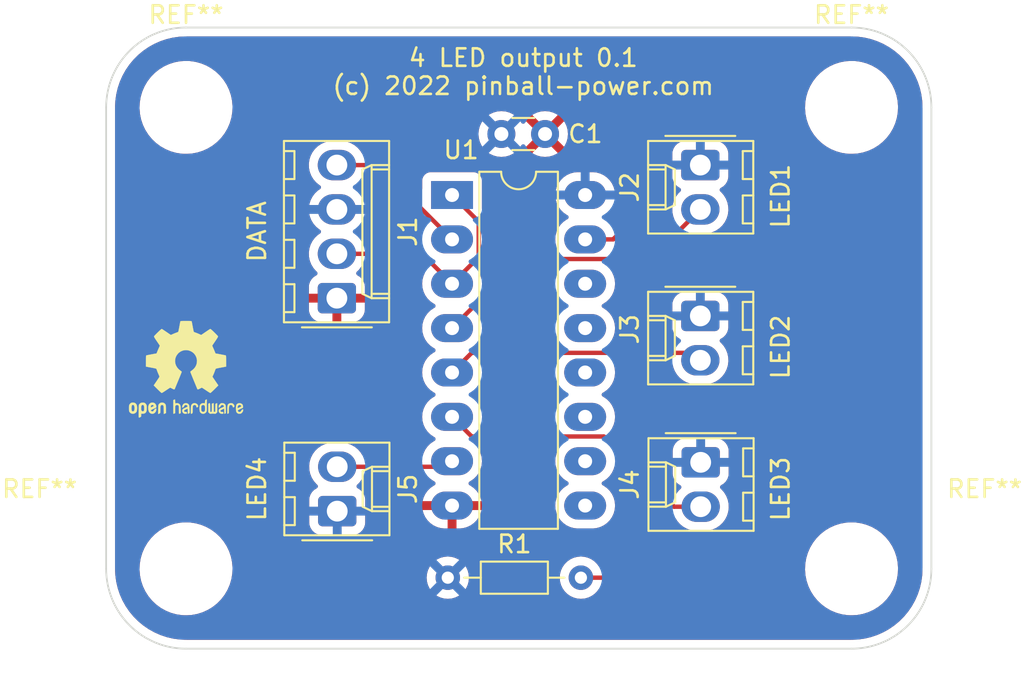
<source format=kicad_pcb>
(kicad_pcb (version 20211014) (generator pcbnew)
  (layers (0 "F.Cu" signal) (31 "B.Cu" signal) (34 "B.Paste" user) (35 "F.Paste" user) (36 "B.SilkS" user "B.Silkscreen") (37 "F.SilkS" user "F.Silkscreen") (38 "B.Mask" user) (39 "F.Mask" user) (44 "Edge.Cuts" user))
  (net 0 "")
  (net 1 "+5V")
  (net 2 "GND")
  (net 3 "Net-(J1-Pad2)")
  (net 4 "Net-(J1-Pad4)")
  (net 5 "Net-(J2-Pad2)")
  (net 6 "Net-(J3-Pad2)")
  (net 7 "Net-(J4-Pad2)")
  (net 8 "Net-(J5-Pad2)")
  (net 9 "Net-(R1-Pad2)")
  (footprint "MountingHole:MountingHole_4.3mm_M4" (layer "F.Cu") (at 70.612 77.724)
    (fp_text reference "REF**" (at -8.382 -4.572) (layer "F.SilkS"))
    (fp_text value "MountingHole_4.3mm_M4")
    (pad "" np_thru_hole circle (at 0 0) (size 4.3 4.3) (drill 4.3) (layers *.Cu *.Mask))
  )
  (footprint "Resistor_THT:R_Axial_DIN0204_L3.6mm_D1.6mm_P7.62mm_Horizontal" (layer "F.Cu") (at 85.598 78.232)
    (fp_text reference "R1" (at 3.81 -1.92) (layer "F.SilkS"))
    (fp_text value "100k")
    (fp_line (start 6.68 0) (end 5.73 0) (layer "F.SilkS") (width 0.12))
    (fp_line (start 1.89 -0.92) (end 1.89 0.92) (layer "F.SilkS") (width 0.12))
    (fp_line (start 5.73 -0.92) (end 1.89 -0.92) (layer "F.SilkS") (width 0.12))
    (fp_line (start 0.94 0) (end 1.89 0) (layer "F.SilkS") (width 0.12))
    (fp_line (start 1.89 0.92) (end 5.73 0.92) (layer "F.SilkS") (width 0.12))
    (fp_line (start 5.73 0.92) (end 5.73 -0.92) (layer "F.SilkS") (width 0.12))
    (pad "1" thru_hole circle (at 0 0) (size 1.4 1.4) (drill 0.7) (layers *.Cu *.Mask) (net 1 "+5V"))
    (pad "2" thru_hole oval (at 7.62 0) (size 1.4 1.4) (drill 0.7) (layers *.Cu *.Mask) (net 9 "Net-(R1-Pad2)"))
  )
  (footprint "MountingHole:MountingHole_4.3mm_M4" (layer "F.Cu") (at 108.712 51.308)
    (fp_text reference "REF**" (at 0 -5.3) (layer "F.SilkS"))
    (fp_text value "MountingHole_4.3mm_M4")
    (pad "" np_thru_hole circle (at 0 0) (size 4.3 4.3) (drill 4.3) (layers *.Cu *.Mask))
  )
  (footprint "Connector_Molex:Molex_KK-254_AE-6410-02A_1x02_P2.54mm_Vertical" (layer "F.Cu") (at 100.056 54.61 -90)
    (fp_text reference "J2" (at 1.27 4.044 90) (layer "F.SilkS"))
    (fp_text value "LED1" (at 1.778 -4.592 90) (layer "F.SilkS"))
    (fp_line (start -1.38 2.99) (end 3.92 2.99) (layer "F.SilkS") (width 0.12))
    (fp_line (start -0.8 -3.03) (end -0.8 -2.43) (layer "F.SilkS") (width 0.12))
    (fp_line (start 3.92 -3.03) (end -1.38 -3.03) (layer "F.SilkS") (width 0.12))
    (fp_line (start 0 1.99) (end 2.54 1.99) (layer "F.SilkS") (width 0.12))
    (fp_line (start 2.29 1.46) (end 2.54 1.99) (layer "F.SilkS") (width 0.12))
    (fp_line (start 1.74 -3.03) (end 1.74 -2.43) (layer "F.SilkS") (width 0.12))
    (fp_line (start 0 1.99) (end 0.25 1.46) (layer "F.SilkS") (width 0.12))
    (fp_line (start 0.8 -2.43) (end 0.8 -3.03) (layer "F.SilkS") (width 0.12))
    (fp_line (start 2.29 2.99) (end 2.29 1.99) (layer "F.SilkS") (width 0.12))
    (fp_line (start 3.92 2.99) (end 3.92 -3.03) (layer "F.SilkS") (width 0.12))
    (fp_line (start -1.67 -2) (end -1.67 2) (layer "F.SilkS") (width 0.12))
    (fp_line (start 0 2.99) (end 0 1.99) (layer "F.SilkS") (width 0.12))
    (fp_line (start 3.34 -2.43) (end 3.34 -3.03) (layer "F.SilkS") (width 0.12))
    (fp_line (start -0.8 -2.43) (end 0.8 -2.43) (layer "F.SilkS") (width 0.12))
    (fp_line (start 0.25 2.99) (end 0.25 1.99) (layer "F.SilkS") (width 0.12))
    (fp_line (start 0.25 1.46) (end 2.29 1.46) (layer "F.SilkS") (width 0.12))
    (fp_line (start -1.38 -3.03) (end -1.38 2.99) (layer "F.SilkS") (width 0.12))
    (fp_line (start 1.74 -2.43) (end 3.34 -2.43) (layer "F.SilkS") (width 0.12))
    (fp_line (start 2.54 1.99) (end 2.54 2.99) (layer "F.SilkS") (width 0.12))
    (pad "1" thru_hole roundrect (at 0 0 270) (size 1.74 2.19) (drill 1.19) (layers *.Cu *.Mask) (roundrect_rratio 0.1436781609) (net 1 "+5V"))
    (pad "2" thru_hole oval (at 2.54 0 270) (size 1.74 2.19) (drill 1.19) (layers *.Cu *.Mask) (net 5 "Net-(J2-Pad2)"))
  )
  (footprint "Capacitor_THT:C_Disc_D3.0mm_W1.6mm_P2.50mm" (layer "F.Cu") (at 88.666 52.832)
    (fp_text reference "C1" (at 4.806 0) (layer "F.SilkS"))
    (fp_text value "100n")
    (fp_line (start 0.621 -0.92) (end 1.879 -0.92) (layer "F.SilkS") (width 0.12))
    (fp_line (start 0.621 0.92) (end 1.879 0.92) (layer "F.SilkS") (width 0.12))
    (pad "1" thru_hole circle (at 0 0) (size 1.6 1.6) (drill 0.8) (layers *.Cu *.Mask) (net 1 "+5V"))
    (pad "2" thru_hole circle (at 2.5 0) (size 1.6 1.6) (drill 0.8) (layers *.Cu *.Mask) (net 2 "GND"))
  )
  (footprint "Connector_Molex:Molex_KK-254_AE-6410-02A_1x02_P2.54mm_Vertical" (layer "F.Cu") (at 79.26799 74.422 90)
    (fp_text reference "J5" (at 1.27 4.044 90) (layer "F.SilkS"))
    (fp_text value "LED4" (at 1.27 -4.59199 90) (layer "F.SilkS"))
    (fp_line (start -1.38 -3.03) (end -1.38 2.99) (layer "F.SilkS") (width 0.12))
    (fp_line (start 2.29 1.46) (end 2.54 1.99) (layer "F.SilkS") (width 0.12))
    (fp_line (start 3.92 2.99) (end 3.92 -3.03) (layer "F.SilkS") (width 0.12))
    (fp_line (start 1.74 -3.03) (end 1.74 -2.43) (layer "F.SilkS") (width 0.12))
    (fp_line (start -1.67 -2) (end -1.67 2) (layer "F.SilkS") (width 0.12))
    (fp_line (start 0.25 2.99) (end 0.25 1.99) (layer "F.SilkS") (width 0.12))
    (fp_line (start 0.8 -2.43) (end 0.8 -3.03) (layer "F.SilkS") (width 0.12))
    (fp_line (start 2.54 1.99) (end 2.54 2.99) (layer "F.SilkS") (width 0.12))
    (fp_line (start 1.74 -2.43) (end 3.34 -2.43) (layer "F.SilkS") (width 0.12))
    (fp_line (start -0.8 -3.03) (end -0.8 -2.43) (layer "F.SilkS") (width 0.12))
    (fp_line (start 3.92 -3.03) (end -1.38 -3.03) (layer "F.SilkS") (width 0.12))
    (fp_line (start 2.29 2.99) (end 2.29 1.99) (layer "F.SilkS") (width 0.12))
    (fp_line (start -0.8 -2.43) (end 0.8 -2.43) (layer "F.SilkS") (width 0.12))
    (fp_line (start 0 1.99) (end 0.25 1.46) (layer "F.SilkS") (width 0.12))
    (fp_line (start 3.34 -2.43) (end 3.34 -3.03) (layer "F.SilkS") (width 0.12))
    (fp_line (start 0 2.99) (end 0 1.99) (layer "F.SilkS") (width 0.12))
    (fp_line (start 0.25 1.46) (end 2.29 1.46) (layer "F.SilkS") (width 0.12))
    (fp_line (start -1.38 2.99) (end 3.92 2.99) (layer "F.SilkS") (width 0.12))
    (fp_line (start 0 1.99) (end 2.54 1.99) (layer "F.SilkS") (width 0.12))
    (pad "1" thru_hole roundrect (at 0 0 90) (size 1.74 2.19) (drill 1.19) (layers *.Cu *.Mask) (roundrect_rratio 0.1436781609) (net 1 "+5V"))
    (pad "2" thru_hole oval (at 2.54 0 90) (size 1.74 2.19) (drill 1.19) (layers *.Cu *.Mask) (net 8 "Net-(J5-Pad2)"))
  )
  (footprint "Connector_Molex:Molex_KK-254_AE-6410-02A_1x02_P2.54mm_Vertical" (layer "F.Cu") (at 100.076 71.628 -90)
    (fp_text reference "J4" (at 1.27 4.064 90) (layer "F.SilkS"))
    (fp_text value "LED3" (at 1.524 -4.572 90) (layer "F.SilkS"))
    (fp_line (start 2.29 1.46) (end 2.54 1.99) (layer "F.SilkS") (width 0.12))
    (fp_line (start 0 1.99) (end 0.25 1.46) (layer "F.SilkS") (width 0.12))
    (fp_line (start 3.34 -2.43) (end 3.34 -3.03) (layer "F.SilkS") (width 0.12))
    (fp_line (start 0.25 1.46) (end 2.29 1.46) (layer "F.SilkS") (width 0.12))
    (fp_line (start 0 2.99) (end 0 1.99) (layer "F.SilkS") (width 0.12))
    (fp_line (start 2.54 1.99) (end 2.54 2.99) (layer "F.SilkS") (width 0.12))
    (fp_line (start -0.8 -2.43) (end 0.8 -2.43) (layer "F.SilkS") (width 0.12))
    (fp_line (start -1.38 -3.03) (end -1.38 2.99) (layer "F.SilkS") (width 0.12))
    (fp_line (start -1.38 2.99) (end 3.92 2.99) (layer "F.SilkS") (width 0.12))
    (fp_line (start 1.74 -3.03) (end 1.74 -2.43) (layer "F.SilkS") (width 0.12))
    (fp_line (start 3.92 2.99) (end 3.92 -3.03) (layer "F.SilkS") (width 0.12))
    (fp_line (start -0.8 -3.03) (end -0.8 -2.43) (layer "F.SilkS") (width 0.12))
    (fp_line (start -1.67 -2) (end -1.67 2) (layer "F.SilkS") (width 0.12))
    (fp_line (start 0.25 2.99) (end 0.25 1.99) (layer "F.SilkS") (width 0.12))
    (fp_line (start 0.8 -2.43) (end 0.8 -3.03) (layer "F.SilkS") (width 0.12))
    (fp_line (start 3.92 -3.03) (end -1.38 -3.03) (layer "F.SilkS") (width 0.12))
    (fp_line (start 0 1.99) (end 2.54 1.99) (layer "F.SilkS") (width 0.12))
    (fp_line (start 2.29 2.99) (end 2.29 1.99) (layer "F.SilkS") (width 0.12))
    (fp_line (start 1.74 -2.43) (end 3.34 -2.43) (layer "F.SilkS") (width 0.12))
    (pad "1" thru_hole roundrect (at 0 0 270) (size 1.74 2.19) (drill 1.19) (layers *.Cu *.Mask) (roundrect_rratio 0.1436781609) (net 1 "+5V"))
    (pad "2" thru_hole oval (at 2.54 0 270) (size 1.74 2.19) (drill 1.19) (layers *.Cu *.Mask) (net 7 "Net-(J4-Pad2)"))
  )
  (footprint "MountingHole:MountingHole_4.3mm_M4" (layer "F.Cu") (at 108.712 77.724)
    (fp_text reference "REF**" (at 7.62 -4.572) (layer "F.SilkS"))
    (fp_text value "MountingHole_4.3mm_M4")
    (pad "" np_thru_hole circle (at 0 0) (size 4.3 4.3) (drill 4.3) (layers *.Cu *.Mask))
  )
  (footprint "Connector_Molex:Molex_KK-254_AE-6410-02A_1x02_P2.54mm_Vertical" (layer "F.Cu") (at 100.056 63.246 -90)
    (fp_text reference "J3" (at 0.762 4.044 90) (layer "F.SilkS"))
    (fp_text value "LED2" (at 1.778 -4.592 90) (layer "F.SilkS"))
    (fp_line (start -1.38 -3.03) (end -1.38 2.99) (layer "F.SilkS") (width 0.12))
    (fp_line (start 0.25 2.99) (end 0.25 1.99) (layer "F.SilkS") (width 0.12))
    (fp_line (start 0.25 1.46) (end 2.29 1.46) (layer "F.SilkS") (width 0.12))
    (fp_line (start -1.38 2.99) (end 3.92 2.99) (layer "F.SilkS") (width 0.12))
    (fp_line (start 2.29 2.99) (end 2.29 1.99) (layer "F.SilkS") (width 0.12))
    (fp_line (start 0.8 -2.43) (end 0.8 -3.03) (layer "F.SilkS") (width 0.12))
    (fp_line (start 3.92 2.99) (end 3.92 -3.03) (layer "F.SilkS") (width 0.12))
    (fp_line (start 1.74 -3.03) (end 1.74 -2.43) (layer "F.SilkS") (width 0.12))
    (fp_line (start 3.34 -2.43) (end 3.34 -3.03) (layer "F.SilkS") (width 0.12))
    (fp_line (start 1.74 -2.43) (end 3.34 -2.43) (layer "F.SilkS") (width 0.12))
    (fp_line (start 2.29 1.46) (end 2.54 1.99) (layer "F.SilkS") (width 0.12))
    (fp_line (start -1.67 -2) (end -1.67 2) (layer "F.SilkS") (width 0.12))
    (fp_line (start 0 1.99) (end 0.25 1.46) (layer "F.SilkS") (width 0.12))
    (fp_line (start 2.54 1.99) (end 2.54 2.99) (layer "F.SilkS") (width 0.12))
    (fp_line (start 0 1.99) (end 2.54 1.99) (layer "F.SilkS") (width 0.12))
    (fp_line (start -0.8 -2.43) (end 0.8 -2.43) (layer "F.SilkS") (width 0.12))
    (fp_line (start -0.8 -3.03) (end -0.8 -2.43) (layer "F.SilkS") (width 0.12))
    (fp_line (start 0 2.99) (end 0 1.99) (layer "F.SilkS") (width 0.12))
    (fp_line (start 3.92 -3.03) (end -1.38 -3.03) (layer "F.SilkS") (width 0.12))
    (pad "1" thru_hole roundrect (at 0 0 270) (size 1.74 2.19) (drill 1.19) (layers *.Cu *.Mask) (roundrect_rratio 0.1436781609) (net 1 "+5V"))
    (pad "2" thru_hole oval (at 2.54 0 270) (size 1.74 2.19) (drill 1.19) (layers *.Cu *.Mask) (net 6 "Net-(J3-Pad2)"))
  )
  (footprint "Connector_Molex:Molex_KK-254_AE-6410-04A_1x04_P2.54mm_Vertical" (layer "F.Cu") (at 79.248 62.23 90)
    (fp_text reference "J1" (at 3.81 4.064 90) (layer "F.SilkS"))
    (fp_text value "DATA" (at 3.81 -4.572 90) (layer "F.SilkS"))
    (fp_line (start 7.62 1.99) (end 7.62 2.99) (layer "F.SilkS") (width 0.12))
    (fp_line (start -1.38 -3.03) (end -1.38 2.99) (layer "F.SilkS") (width 0.12))
    (fp_line (start 8.42 -2.43) (end 8.42 -3.03) (layer "F.SilkS") (width 0.12))
    (fp_line (start 9 -3.03) (end -1.38 -3.03) (layer "F.SilkS") (width 0.12))
    (fp_line (start 0 1.99) (end 7.62 1.99) (layer "F.SilkS") (width 0.12))
    (fp_line (start 1.74 -3.03) (end 1.74 -2.43) (layer "F.SilkS") (width 0.12))
    (fp_line (start 6.82 -2.43) (end 8.42 -2.43) (layer "F.SilkS") (width 0.12))
    (fp_line (start -1.38 2.99) (end 9 2.99) (layer "F.SilkS") (width 0.12))
    (fp_line (start -0.8 -2.43) (end 0.8 -2.43) (layer "F.SilkS") (width 0.12))
    (fp_line (start 5.88 -2.43) (end 5.88 -3.03) (layer "F.SilkS") (width 0.12))
    (fp_line (start 1.74 -2.43) (end 3.34 -2.43) (layer "F.SilkS") (width 0.12))
    (fp_line (start 0.25 1.46) (end 7.37 1.46) (layer "F.SilkS") (width 0.12))
    (fp_line (start 6.82 -3.03) (end 6.82 -2.43) (layer "F.SilkS") (width 0.12))
    (fp_line (start 4.28 -3.03) (end 4.28 -2.43) (layer "F.SilkS") (width 0.12))
    (fp_line (start -0.8 -3.03) (end -0.8 -2.43) (layer "F.SilkS") (width 0.12))
    (fp_line (start 9 2.99) (end 9 -3.03) (layer "F.SilkS") (width 0.12))
    (fp_line (start 0 1.99) (end 0.25 1.46) (layer "F.SilkS") (width 0.12))
    (fp_line (start 0.25 2.99) (end 0.25 1.99) (layer "F.SilkS") (width 0.12))
    (fp_line (start 0 2.99) (end 0 1.99) (layer "F.SilkS") (width 0.12))
    (fp_line (start 4.28 -2.43) (end 5.88 -2.43) (layer "F.SilkS") (width 0.12))
    (fp_line (start 7.37 2.99) (end 7.37 1.99) (layer "F.SilkS") (width 0.12))
    (fp_line (start 3.34 -2.43) (end 3.34 -3.03) (layer "F.SilkS") (width 0.12))
    (fp_line (start -1.67 -2) (end -1.67 2) (layer "F.SilkS") (width 0.12))
    (fp_line (start 0.8 -2.43) (end 0.8 -3.03) (layer "F.SilkS") (width 0.12))
    (fp_line (start 7.37 1.46) (end 7.62 1.99) (layer "F.SilkS") (width 0.12))
    (pad "1" thru_hole roundrect (at 0 0 90) (size 1.74 2.19) (drill 1.19) (layers *.Cu *.Mask) (roundrect_rratio 0.1436781609) (net 2 "GND"))
    (pad "2" thru_hole oval (at 2.54 0 90) (size 1.74 2.19) (drill 1.19) (layers *.Cu *.Mask) (net 3 "Net-(J1-Pad2)"))
    (pad "3" thru_hole oval (at 5.08 0 90) (size 1.74 2.19) (drill 1.19) (layers *.Cu *.Mask) (net 1 "+5V"))
    (pad "4" thru_hole oval (at 7.62 0 90) (size 1.74 2.19) (drill 1.19) (layers *.Cu *.Mask) (net 4 "Net-(J1-Pad4)"))
  )
  (footprint "MountingHole:MountingHole_4.3mm_M4" (layer "F.Cu") (at 70.612 51.308)
    (fp_text reference "REF**" (at 0 -5.3) (layer "F.SilkS"))
    (fp_text value "MountingHole_4.3mm_M4")
    (pad "" np_thru_hole circle (at 0 0) (size 4.3 4.3) (drill 4.3) (layers *.Cu *.Mask))
  )
  (footprint "Package_DIP:DIP-16_W7.62mm_LongPads" (layer "F.Cu") (at 85.842 56.324)
    (fp_text reference "U1" (at 0.518 -2.572) (layer "F.SilkS"))
    (fp_text value "74HCT4094")
    (fp_line (start 6.06 19.11) (end 6.06 -1.33) (layer "F.SilkS") (width 0.12))
    (fp_line (start 6.06 -1.33) (end 4.81 -1.33) (layer "F.SilkS") (width 0.12))
    (fp_line (start 2.81 -1.33) (end 1.56 -1.33) (layer "F.SilkS") (width 0.12))
    (fp_line (start 1.56 -1.33) (end 1.56 19.11) (layer "F.SilkS") (width 0.12))
    (fp_line (start 1.56 19.11) (end 6.06 19.11) (layer "F.SilkS") (width 0.12))
    (fp_arc (start 4.81 -1.33) (mid 3.81 -0.33) (end 2.81 -1.33) (layer "F.SilkS") (width 0.12))
    (pad "1" thru_hole rect (at 0 0) (size 2.4 1.6) (drill 0.8) (layers *.Cu *.Mask) (net 3 "Net-(J1-Pad2)"))
    (pad "2" thru_hole oval (at 0 2.54) (size 2.4 1.6) (drill 0.8) (layers *.Cu *.Mask) (net 4 "Net-(J1-Pad4)"))
    (pad "3" thru_hole oval (at 0 5.08) (size 2.4 1.6) (drill 0.8) (layers *.Cu *.Mask) (net 3 "Net-(J1-Pad2)"))
    (pad "4" thru_hole oval (at 0 7.62) (size 2.4 1.6) (drill 0.8) (layers *.Cu *.Mask) (net 5 "Net-(J2-Pad2)"))
    (pad "5" thru_hole oval (at 0 10.16) (size 2.4 1.6) (drill 0.8) (layers *.Cu *.Mask) (net 6 "Net-(J3-Pad2)"))
    (pad "6" thru_hole oval (at 0 12.7) (size 2.4 1.6) (drill 0.8) (layers *.Cu *.Mask) (net 7 "Net-(J4-Pad2)"))
    (pad "7" thru_hole oval (at 0 15.24) (size 2.4 1.6) (drill 0.8) (layers *.Cu *.Mask) (net 8 "Net-(J5-Pad2)"))
    (pad "8" thru_hole oval (at 0 17.78) (size 2.4 1.6) (drill 0.8) (layers *.Cu *.Mask) (net 2 "GND"))
    (pad "9" thru_hole oval (at 7.62 17.78) (size 2.4 1.6) (drill 0.8) (layers *.Cu *.Mask))
    (pad "10" thru_hole oval (at 7.62 15.24) (size 2.4 1.6) (drill 0.8) (layers *.Cu *.Mask))
    (pad "11" thru_hole oval (at 7.62 12.7) (size 2.4 1.6) (drill 0.8) (layers *.Cu *.Mask))
    (pad "12" thru_hole oval (at 7.62 10.16) (size 2.4 1.6) (drill 0.8) (layers *.Cu *.Mask))
    (pad "13" thru_hole oval (at 7.62 7.62) (size 2.4 1.6) (drill 0.8) (layers *.Cu *.Mask))
    (pad "14" thru_hole oval (at 7.62 5.08) (size 2.4 1.6) (drill 0.8) (layers *.Cu *.Mask))
    (pad "15" thru_hole oval (at 7.62 2.54) (size 2.4 1.6) (drill 0.8) (layers *.Cu *.Mask) (net 9 "Net-(R1-Pad2)"))
    (pad "16" thru_hole oval (at 7.62 0) (size 2.4 1.6) (drill 0.8) (layers *.Cu *.Mask) (net 1 "+5V"))
  )
  (footprint "Symbol:OSHW-Logo2_7.3x6mm_SilkScreen" (layer "F.Cu") (at 70.612 66.294)
    (fp_text reference "REF**" hide)
    (fp_text value "OSHW-Logo2_7.3x6mm_SilkScreen" hide)
    (fp_poly (pts (xy -2.958885 1.921962) (xy -2.890855 1.957733) (xy -2.840649 2.015301) (xy -2.822815 2.052312) (xy -2.808937 2.107882) (xy -2.801833 2.178096) (xy -2.80116 2.254727) (xy -2.806573 2.329552) (xy -2.81773 2.394342) (xy -2.834286 2.440873) (xy -2.839374 2.448887) (xy -2.899645 2.508707) (xy -2.971231 2.544535) (xy -3.048908 2.55502) (xy -3.127452 2.53881) (xy -3.149311 2.529092) (xy -3.191878 2.499143) (xy -3.229237 2.459433) (xy -3.232768 2.454397) (xy -3.247119 2.430124) (xy -3.256606 2.404178) (xy -3.26221 2.370022) (xy -3.264914 2.321119) (xy -3.265701 2.250935) (xy -3.265714 2.2352) (xy -3.265678 2.230192) (xy -3.120571 2.230192) (xy -3.119727 2.29643) (xy -3.116404 2.340386) (xy -3.109417 2.368779) (xy -3.097584 2.388325) (xy -3.091543 2.394857) (xy -3.056814 2.41968) (xy -3.023097 2.418548) (xy -2.989005 2.397016) (xy -2.968671 2.374029) (xy -2.956629 2.340478) (xy -2.949866 2.287569) (xy -2.949402 2.281399) (xy -2.948248 2.185513) (xy -2.960312 2.114299) (xy -2.98543 2.068194) (xy -3.02344 2.047635) (xy -3.037008 2.046514) (xy -3.072636 2.052152) (xy -3.097006 2.071686) (xy -3.111907 2.109042) (xy -3.119125 2.16815) (xy -3.120571 2.230192) (xy -3.265678 2.230192) (xy -3.265174 2.160413) (xy -3.262904 2.108159) (xy -3.257932 2.071949) (xy -3.249287 2.045299) (xy -3.235995 2.021722) (xy -3.233057 2.017338) (xy -3.183687 1.958249) (xy -3.129891 1.923947) (xy -3.064398 1.910331) (xy -3.042158 1.909665) (xy -2.958885 1.921962)) (layer "F.SilkS") (width 0.01) (fill solid))
    (fp_poly (pts (xy -1.283907 1.92778) (xy -1.237328 1.954723) (xy -1.204943 1.981466) (xy -1.181258 2.009484) (xy -1.164941 2.043748) (xy -1.154661 2.089227) (xy -1.149086 2.150892) (xy -1.146884 2.233711) (xy -1.146629 2.293246) (xy -1.146629 2.512391) (xy -1.208314 2.540044) (xy -1.27 2.567697) (xy -1.277257 2.32767) (xy -1.280256 2.238028) (xy -1.283402 2.172962) (xy -1.287299 2.128026) (xy -1.292553 2.09877) (xy -1.299769 2.080748) (xy -1.30955 2.069511) (xy -1.312688 2.067079) (xy -1.360239 2.048083) (xy -1.408303 2.0556) (xy -1.436914 2.075543) (xy -1.448553 2.089675) (xy -1.456609 2.10822) (xy -1.461729 2.136334) (xy -1.464559 2.179173) (xy -1.465744 2.241895) (xy -1.465943 2.307261) (xy -1.465982 2.389268) (xy -1.467386 2.447316) (xy -1.472086 2.486465) (xy -1.482013 2.51178) (xy -1.499097 2.528323) (xy -1.525268 2.541156) (xy -1.560225 2.554491) (xy -1.598404 2.569007) (xy -1.593859 2.311389) (xy -1.592029 2.218519) (xy -1.589888 2.149889) (xy -1.586819 2.100711) (xy -1.582206 2.066198) (xy -1.575432 2.041562) (xy -1.565881 2.022016) (xy -1.554366 2.00477) (xy -1.49881 1.94968) (xy -1.43102 1.917822) (xy -1.357287 1.910191) (xy -1.283907 1.92778)) (layer "F.SilkS") (width 0.01) (fill solid))
    (fp_poly (pts (xy 3.153595 1.966966) (xy 3.211021 2.004497) (xy 3.238719 2.038096) (xy 3.260662 2.099064) (xy 3.262405 2.147308) (xy 3.258457 2.211816) (xy 3.109686 2.276934) (xy 3.037349 2.310202) (xy 2.990084 2.336964) (xy 2.965507 2.360144) (xy 2.961237 2.382667) (xy 2.974889 2.407455) (xy 2.989943 2.423886) (xy 3.033746 2.450235) (xy 3.081389 2.452081) (xy 3.125145 2.431546) (xy 3.157289 2.390752) (xy 3.163038 2.376347) (xy 3.190576 2.331356) (xy 3.222258 2.312182) (xy 3.265714 2.295779) (xy 3.265714 2.357966) (xy 3.261872 2.400283) (xy 3.246823 2.435969) (xy 3.21528 2.476943) (xy 3.210592 2.482267) (xy 3.175506 2.51872) (xy 3.145347 2.538283) (xy 3.107615 2.547283) (xy 3.076335 2.55023) (xy 3.020385 2.550965) (xy 2.980555 2.54166) (xy 2.955708 2.527846) (xy 2.916656 2.497467) (xy 2.889625 2.464613) (xy 2.872517 2.423294) (xy 2.863238 2.367521) (xy 2.859693 2.291305) (xy 2.85941 2.252622) (xy 2.860372 2.206247) (xy 2.948007 2.206247) (xy 2.949023 2.231126) (xy 2.951556 2.2352) (xy 2.968274 2.229665) (xy 3.004249 2.215017) (xy 3.052331 2.19419) (xy 3.062386 2.189714) (xy 3.123152 2.158814) (xy 3.156632 2.131657) (xy 3.16399 2.10622) (xy 3.146391 2.080481) (xy 3.131856 2.069109) (xy 3.07941 2.046364) (xy 3.030322 2.050122) (xy 2.989227 2.077884) (xy 2.960758 2.127152) (xy 2.951631 2.166257) (xy 2.948007 2.206247) (xy 2.860372 2.206247) (xy 2.861285 2.162249) (xy 2.868196 2.095384) (xy 2.881884 2.046695) (xy 2.904096 2.010849) (xy 2.936574 1.982513) (xy 2.950733 1.973355) (xy 3.015053 1.949507) (xy 3.085473 1.948006) (xy 3.153595 1.966966)) (layer "F.SilkS") (width 0.01) (fill solid))
    (fp_poly (pts (xy 0.529926 1.949755) (xy 0.595858 1.974084) (xy 0.649273 2.017117) (xy 0.670164 2.047409) (xy 0.692939 2.102994) (xy 0.692466 2.143186) (xy 0.668562 2.170217) (xy 0.659717 2.174813) (xy 0.62153 2.189144) (xy 0.602028 2.185472) (xy 0.595422 2.161407) (xy 0.595086 2.148114) (xy 0.582992 2.09921) (xy 0.551471 2.064999) (xy 0.507659 2.048476) (xy 0.458695 2.052634) (xy 0.418894 2.074227) (xy 0.40545 2.086544) (xy 0.395921 2.101487) (xy 0.389485 2.124075) (xy 0.385317 2.159328) (xy 0.382597 2.212266) (xy 0.380502 2.287907) (xy 0.37996 2.311857) (xy 0.377981 2.39379) (xy 0.375731 2.451455) (xy 0.372357 2.489608) (xy 0.367006 2.513004) (xy 0.358824 2.526398) (xy 0.346959 2.534545) (xy 0.339362 2.538144) (xy 0.307102 2.550452) (xy 0.288111 2.554514) (xy 0.281836 2.540948) (xy 0.278006 2.499934) (xy 0.2766 2.430999) (xy 0.277598 2.333669) (xy 0.277908 2.318657) (xy 0.280101 2.229859) (xy 0.282693 2.165019) (xy 0.286382 2.119067) (xy 0.291864 2.086935) (xy 0.299835 2.063553) (xy 0.310993 2.043852) (xy 0.31683 2.03541) (xy 0.350296 1.998057) (xy 0.387727 1.969003) (xy 0.392309 1.966467) (xy 0.459426 1.946443) (xy 0.529926 1.949755)) (layer "F.SilkS") (width 0.01) (fill solid))
    (fp_poly (pts (xy 2.6526 1.958752) (xy 2.669948 1.966334) (xy 2.711356 1.999128) (xy 2.746765 2.046547) (xy 2.768664 2.097151) (xy 2.772229 2.122098) (xy 2.760279 2.156927) (xy 2.734067 2.175357) (xy 2.705964 2.186516) (xy 2.693095 2.188572) (xy 2.686829 2.173649) (xy 2.674456 2.141175) (xy 2.669028 2.126502) (xy 2.63859 2.075744) (xy 2.59452 2.050427) (xy 2.53801 2.051206) (xy 2.533825 2.052203) (xy 2.503655 2.066507) (xy 2.481476 2.094393) (xy 2.466327 2.139287) (xy 2.45725 2.204615) (xy 2.453286 2.293804) (xy 2.452914 2.341261) (xy 2.45273 2.416071) (xy 2.451522 2.467069) (xy 2.448309 2.499471) (xy 2.442109 2.518495) (xy 2.43194 2.529356) (xy 2.416819 2.537272) (xy 2.415946 2.53767) (xy 2.386828 2.549981) (xy 2.372403 2.554514) (xy 2.370186 2.540809) (xy 2.368289 2.502925) (xy 2.366847 2.445715) (xy 2.365998 2.374027) (xy 2.365829 2.321565) (xy 2.366692 2.220047) (xy 2.37007 2.143032) (xy 2.377142 2.086023) (xy 2.389088 2.044526) (xy 2.40709 2.014043) (xy 2.432327 1.99008) (xy 2.457247 1.973355) (xy 2.517171 1.951097) (xy 2.586911 1.946076) (xy 2.6526 1.958752)) (layer "F.SilkS") (width 0.01) (fill solid))
    (fp_poly (pts (xy 2.144876 1.956335) (xy 2.186667 1.975344) (xy 2.219469 1.998378) (xy 2.243503 2.024133) (xy 2.260097 2.057358) (xy 2.270577 2.1028) (xy 2.276271 2.165207) (xy 2.278507 2.249327) (xy 2.278743 2.304721) (xy 2.278743 2.520826) (xy 2.241774 2.53767) (xy 2.212656 2.549981) (xy 2.198231 2.554514) (xy 2.195472 2.541025) (xy 2.193282 2.504653) (xy 2.191942 2.451542) (xy 2.191657 2.409372) (xy 2.190434 2.348447) (xy 2.187136 2.300115) (xy 2.182321 2.270518) (xy 2.178496 2.264229) (xy 2.152783 2.270652) (xy 2.112418 2.287125) (xy 2.065679 2.309458) (xy 2.020845 2.333457) (xy 1.986193 2.35493) (xy 1.970002 2.369685) (xy 1.969938 2.369845) (xy 1.97133 2.397152) (xy 1.983818 2.423219) (xy 2.005743 2.444392) (xy 2.037743 2.451474) (xy 2.065092 2.450649) (xy 2.103826 2.450042) (xy 2.124158 2.459116) (xy 2.136369 2.483092) (xy 2.137909 2.487613) (xy 2.143203 2.521806) (xy 2.129047 2.542568) (xy 2.092148 2.552462) (xy 2.052289 2.554292) (xy 1.980562 2.540727) (xy 1.943432 2.521355) (xy 1.897576 2.475845) (xy 1.873256 2.419983) (xy 1.871073 2.360957) (xy 1.891629 2.305953) (xy 1.922549 2.271486) (xy 1.95342 2.252189) (xy 2.001942 2.227759) (xy 2.058485 2.202985) (xy 2.06791 2.199199) (xy 2.130019 2.171791) (xy 2.165822 2.147634) (xy 2.177337 2.123619) (xy 2.16658 2.096635) (xy 2.148114 2.075543) (xy 2.104469 2.049572) (xy 2.056446 2.047624) (xy 2.012406 2.067637) (xy 1.980709 2.107551) (xy 1.976549 2.117848) (xy 1.952327 2.155724) (xy 1.916965 2.183842) (xy 1.872343 2.206917) (xy 1.872343 2.141485) (xy 1.874969 2.101506) (xy 1.88623 2.069997) (xy 1.911199 2.036378) (xy 1.935169 2.010484) (xy 1.972441 1.973817) (xy 2.001401 1.954121) (xy 2.032505 1.94622) (xy 2.067713 1.944914) (xy 2.144876 1.956335)) (layer "F.SilkS") (width 0.01) (fill solid))
    (fp_poly (pts (xy 1.190117 2.065358) (xy 1.189933 2.173837) (xy 1.189219 2.257287) (xy 1.187675 2.319704) (xy 1.185001 2.365085) (xy 1.180894 2.397429) (xy 1.175055 2.420733) (xy 1.167182 2.438995) (xy 1.161221 2.449418) (xy 1.111855 2.505945) (xy 1.049264 2.541377) (xy 0.980013 2.55409) (xy 0.910668 2.542463) (xy 0.869375 2.521568) (xy 0.826025 2.485422) (xy 0.796481 2.441276) (xy 0.778655 2.383462) (xy 0.770463 2.306313) (xy 0.769302 2.249714) (xy 0.769458 2.245647) (xy 0.870857 2.245647) (xy 0.871476 2.31055) (xy 0.874314 2.353514) (xy 0.88084 2.381622) (xy 0.892523 2.401953) (xy 0.906483 2.417288) (xy 0.953365 2.44689) (xy 1.003701 2.449419) (xy 1.051276 2.424705) (xy 1.054979 2.421356) (xy 1.070783 2.403935) (xy 1.080693 2.383209) (xy 1.086058 2.352362) (xy 1.088228 2.304577) (xy 1.088571 2.251748) (xy 1.087827 2.185381) (xy 1.084748 2.141106) (xy 1.078061 2.112009) (xy 1.066496 2.091173) (xy 1.057013 2.080107) (xy 1.01296 2.052198) (xy 0.962224 2.048843) (xy 0.913796 2.070159) (xy 0.90445 2.078073) (xy 0.88854 2.095647) (xy 0.87861 2.116587) (xy 0.873278 2.147782) (xy 0.871163 2.196122) (xy 0.870857 2.245647) (xy 0.769458 2.245647) (xy 0.77281 2.158568) (xy 0.784726 2.090086) (xy 0.807135 2.0386) (xy 0.842124 1.998443) (xy 0.869375 1.977861) (xy 0.918907 1.955625) (xy 0.976316 1.945304) (xy 1.029682 1.948067) (xy 1.059543 1.959212) (xy 1.071261 1.962383) (xy 1.079037 1.950557) (xy 1.084465 1.918866) (xy 1.088571 1.870593) (xy 1.093067 1.816829) (xy 1.099313 1.784482) (xy 1.110676 1.765985) (xy 1.130528 1.75377) (xy 1.143 1.748362) (xy 1.190171 1.728601) (xy 1.190117 2.065358)) (layer "F.SilkS") (width 0.01) (fill solid))
    (fp_poly (pts (xy -0.624114 1.851289) (xy -0.619861 1.910613) (xy -0.614975 1.945572) (xy -0.608205 1.96082) (xy -0.598298 1.961015) (xy -0.595086 1.959195) (xy -0.552356 1.946015) (xy -0.496773 1.946785) (xy -0.440263 1.960333) (xy -0.404918 1.977861) (xy -0.368679 2.005861) (xy -0.342187 2.037549) (xy -0.324001 2.077813) (xy -0.312678 2.131543) (xy -0.306778 2.203626) (xy -0.304857 2.298951) (xy -0.304823 2.317237) (xy -0.3048 2.522646) (xy -0.350509 2.53858) (xy -0.382973 2.54942) (xy -0.400785 2.554468) (xy -0.401309 2.554514) (xy -0.403063 2.540828) (xy -0.404556 2.503076) (xy -0.405674 2.446224) (xy -0.406303 2.375234) (xy -0.4064 2.332073) (xy -0.406602 2.246973) (xy -0.407642 2.185981) (xy -0.410169 2.144177) (xy -0.414836 2.116642) (xy -0.422293 2.098456) (xy -0.433189 2.084698) (xy -0.439993 2.078073) (xy -0.486728 2.051375) (xy -0.537728 2.049375) (xy -0.583999 2.071955) (xy -0.592556 2.080107) (xy -0.605107 2.095436) (xy -0.613812 2.113618) (xy -0.619369 2.139909) (xy -0.622474 2.179562) (xy -0.623824 2.237832) (xy -0.624114 2.318173) (xy -0.624114 2.522646) (xy -0.669823 2.53858) (xy -0.702287 2.54942) (xy -0.720099 2.554468) (xy -0.720623 2.554514) (xy -0.721963 2.540623) (xy -0.723172 2.501439) (xy -0.724199 2.4407) (xy -0.724998 2.362141) (xy -0.725519 2.269498) (xy -0.725714 2.166509) (xy -0.725714 1.769342) (xy -0.678543 1.749444) (xy -0.631371 1.729547) (xy -0.624114 1.851289)) (layer "F.SilkS") (width 0.01) (fill solid))
    (fp_poly (pts (xy -2.400256 1.919918) (xy -2.344799 1.947568) (xy -2.295852 1.99848) (xy -2.282371 2.017338) (xy -2.267686 2.042015) (xy -2.258158 2.068816) (xy -2.252707 2.104587) (xy -2.250253 2.156169) (xy -2.249714 2.224267) (xy -2.252148 2.317588) (xy -2.260606 2.387657) (xy -2.276826 2.439931) (xy -2.302546 2.479869) (xy -2.339503 2.512929) (xy -2.342218 2.514886) (xy -2.37864 2.534908) (xy -2.422498 2.544815) (xy -2.478276 2.547257) (xy -2.568952 2.547257) (xy -2.56899 2.635283) (xy -2.569834 2.684308) (xy -2.574976 2.713065) (xy -2.588413 2.730311) (xy -2.614142 2.744808) (xy -2.620321 2.747769) (xy -2.649236 2.761648) (xy -2.671624 2.770414) (xy -2.688271 2.771171) (xy -2.699964 2.761023) (xy -2.70749 2.737073) (xy -2.711634 2.696426) (xy -2.713185 2.636186) (xy -2.712929 2.553455) (xy -2.711651 2.445339) (xy -2.711252 2.413) (xy -2.709815 2.301524) (xy -2.708528 2.228603) (xy -2.569029 2.228603) (xy -2.568245 2.290499) (xy -2.56476 2.330997) (xy -2.556876 2.357708) (xy -2.542895 2.378244) (xy -2.533403 2.38826) (xy -2.494596 2.417567) (xy -2.460237 2.419952) (xy -2.424784 2.39575) (xy -2.423886 2.394857) (xy -2.409461 2.376153) (xy -2.400687 2.350732) (xy -2.396261 2.311584) (xy -2.394882 2.251697) (xy -2.394857 2.23843) (xy -2.398188 2.155901) (xy -2.409031 2.098691) (xy -2.42866 2.063766) (xy -2.45835 2.048094) (xy -2.475509 2.046514) (xy -2.516234 2.053926) (xy -2.544168 2.07833) (xy -2.560983 2.12298) (xy -2.56835 2.19113) (xy -2.569029 2.228603) (xy -2.708528 2.228603) (xy -2.708292 2.215245) (xy -2.706323 2.150333) (xy -2.70355 2.102958) (xy -2.699612 2.06929) (xy -2.694151 2.045498) (xy -2.686808 2.027753) (xy -2.677223 2.012224) (xy -2.673113 2.006381) (xy -2.618595 1.951185) (xy -2.549664 1.91989) (xy -2.469928 1.911165) (xy -2.400256 1.919918)) (layer "F.SilkS") (width 0.01) (fill solid))
    (fp_poly (pts (xy 0.039744 1.950968) (xy 0.096616 1.972087) (xy 0.097267 1.972493) (xy 0.13244 1.99838) (xy 0.158407 2.028633) (xy 0.17667 2.068058) (xy 0.188732 2.121462) (xy 0.196096 2.193651) (xy 0.200264 2.289432) (xy 0.200629 2.303078) (xy 0.205876 2.508842) (xy 0.161716 2.531678) (xy 0.129763 2.54711) (xy 0.11047 2.554423) (xy 0.109578 2.554514) (xy 0.106239 2.541022) (xy 0.103587 2.504626) (xy 0.101956 2.451452) (xy 0.1016 2.408393) (xy 0.101592 2.338641) (xy 0.098403 2.294837) (xy 0.087288 2.273944) (xy 0.063501 2.272925) (xy 0.022296 2.288741) (xy -0.039914 2.317815) (xy -0.085659 2.341963) (xy -0.109187 2.362913) (xy -0.116104 2.385747) (xy -0.116114 2.386877) (xy -0.104701 2.426212) (xy -0.070908 2.447462) (xy -0.019191 2.450539) (xy 0.018061 2.450006) (xy 0.037703 2.460735) (xy 0.049952 2.486505) (xy 0.057002 2.519337) (xy 0.046842 2.537966) (xy 0.043017 2.540632) (xy 0.007001 2.55134) (xy -0.043434 2.552856) (xy -0.095374 2.545759) (xy -0.132178 2.532788) (xy -0.183062 2.489585) (xy -0.211986 2.429446) (xy -0.217714 2.382462) (xy -0.213343 2.340082) (xy -0.197525 2.305488) (xy -0.166203 2.274763) (xy -0.115322 2.24399) (xy -0.040824 2.209252) (xy -0.036286 2.207288) (xy 0.030821 2.176287) (xy 0.072232 2.150862) (xy 0.089981 2.128014) (xy 0.086107 2.104745) (xy 0.062643 2.078056) (xy 0.055627 2.071914) (xy 0.00863 2.0481) (xy -0.040067 2.049103) (xy -0.082478 2.072451) (xy -0.110616 2.115675) (xy -0.113231 2.12416) (xy -0.138692 2.165308) (xy -0.170999 2.185128) (xy -0.217714 2.20477) (xy -0.217714 2.15395) (xy -0.203504 2.080082) (xy -0.161325 2.012327) (xy -0.139376 1.989661) (xy -0.089483 1.960569) (xy -0.026033 1.9474) (xy 0.039744 1.950968)) (layer "F.SilkS") (width 0.01) (fill solid))
    (fp_poly (pts (xy 0.10391 -2.757652) (xy 0.182454 -2.757222) (xy 0.239298 -2.756058) (xy 0.278105 -2.753793) (xy 0.302538 -2.75006) (xy 0.316262 -2.744494) (xy 0.32294 -2.736727) (xy 0.326236 -2.726395) (xy 0.326556 -2.725057) (xy 0.331562 -2.700921) (xy 0.340829 -2.653299) (xy 0.353392 -2.587259) (xy 0.368287 -2.507872) (xy 0.384551 -2.420204) (xy 0.385119 -2.417125) (xy 0.40141 -2.331211) (xy 0.416652 -2.255304) (xy 0.429861 -2.193955) (xy 0.440054 -2.151718) (xy 0.446248 -2.133145) (xy 0.446543 -2.132816) (xy 0.464788 -2.123747) (xy 0.502405 -2.108633) (xy 0.551271 -2.090738) (xy 0.551543 -2.090642) (xy 0.613093 -2.067507) (xy 0.685657 -2.038035) (xy 0.754057 -2.008403) (xy 0.757294 -2.006938) (xy 0.868702 -1.956374) (xy 1.115399 -2.12484) (xy 1.191077 -2.176197) (xy 1.259631 -2.222111) (xy 1.317088 -2.25997) (xy 1.359476 -2.287163) (xy 1.382825 -2.301079) (xy 1.385042 -2.302111) (xy 1.40201 -2.297516) (xy 1.433701 -2.275345) (xy 1.481352 -2.234553) (xy 1.546198 -2.174095) (xy 1.612397 -2.109773) (xy 1.676214 -2.046388) (xy 1.733329 -1.988549) (xy 1.780305 -1.939825) (xy 1.813703 -1.90379) (xy 1.830085 -1.884016) (xy 1.830694 -1.882998) (xy 1.832505 -1.869428) (xy 1.825683 -1.847267) (xy 1.80854 -1.813522) (xy 1.779393 -1.7652) (xy 1.736555 -1.699308) (xy 1.679448 -1.614483) (xy 1.628766 -1.539823) (xy 1.583461 -1.47286) (xy 1.54615 -1.417484) (xy 1.519452 -1.37758) (xy 1.505985 -1.357038) (xy 1.505137 -1.355644) (xy 1.506781 -1.335962) (xy 1.519245 -1.297707) (xy 1.540048 -1.248111) (xy 1.547462 -1.232272) (xy 1.579814 -1.16171) (xy 1.614328 -1.081647) (xy 1.642365 -1.012371) (xy 1.662568 -0.960955) (xy 1.678615 -0.921881) (xy 1.687888 -0.901459) (xy 1.689041 -0.899886) (xy 1.706096 -0.897279) (xy 1.746298 -0.890137) (xy 1.804302 -0.879477) (xy 1.874763 -0.866315) (xy 1.952335 -0.851667) (xy 2.031672 -0.836551) (xy 2.107431 -0.821982) (xy 2.174264 -0.808978) (xy 2.226828 -0.798555) (xy 2.259776 -0.79173) (xy 2.267857 -0.789801) (xy 2.276205 -0.785038) (xy 2.282506 -0.774282) (xy 2.287045 -0.753902) (xy 2.290104 -0.720266) (xy 2.291967 -0.669745) (xy 2.292918 -0.598708) (xy 2.29324 -0.503524) (xy 2.293257 -0.464508) (xy 2.293257 -0.147201) (xy 2.217057 -0.132161) (xy 2.174663 -0.124005) (xy 2.1114 -0.112101) (xy 2.034962 -0.097884) (xy 1.953043 -0.08279) (xy 1.9304 -0.078645) (xy 1.854806 -0.063947) (xy 1.788953 -0.049495) (xy 1.738366 -0.036625) (xy 1.708574 -0.026678) (xy 1.703612 -0.023713) (xy 1.691426 -0.002717) (xy 1.673953 0.037967) (xy 1.654577 0.090322) (xy 1.650734 0.1016) (xy 1.625339 0.171523) (xy 1.593817 0.250418) (xy 1.562969 0.321266) (xy 1.562817 0.321595) (xy 1.511447 0.432733) (xy 1.680399 0.681253) (xy 1.849352 0.929772) (xy 1.632429 1.147058) (xy 1.566819 1.211726) (xy 1.506979 1.268733) (xy 1.456267 1.315033) (xy 1.418046 1.347584) (xy 1.395675 1.363343) (xy 1.392466 1.364343) (xy 1.373626 1.356469) (xy 1.33518 1.334578) (xy 1.28133 1.301267) (xy 1.216276 1.259131) (xy 1.14594 1.211943) (xy 1.074555 1.16381) (xy 1.010908 1.121928) (xy 0.959041 1.088871) (xy 0.922995 1.067218) (xy 0.906867 1.059543) (xy 0.887189 1.066037) (xy 0.849875 1.08315) (xy 0.802621 1.107326) (xy 0.797612 1.110013) (xy 0.733977 1.141927) (xy 0.690341 1.157579) (xy 0.663202 1.157745) (xy 0.649057 1.143204) (xy 0.648975 1.143) (xy 0.641905 1.125779) (xy 0.625042 1.084899) (xy 0.599695 1.023525) (xy 0.567171 0.944819) (xy 0.528778 0.851947) (xy 0.485822 0.748072) (xy 0.444222 0.647502) (xy 0.398504 0.536516) (xy 0.356526 0.433703) (xy 0.319548 0.342215) (xy 0.288827 0.265201) (xy 0.265622 0.205815) (xy 0.25119 0.167209) (xy 0.246743 0.1528) (xy 0.257896 0.136272) (xy 0.287069 0.10993) (xy 0.325971 0.080887) (xy 0.436757 -0.010961) (xy 0.523351 -0.116241) (xy 0.584716 -0.232734) (xy 0.619815 -0.358224) (xy 0.627608 -0.490493) (xy 0.621943 -0.551543) (xy 0.591078 -0.678205) (xy 0.53792 -0.790059) (xy 0.465767 -0.885999) (xy 0.377917 -0.964924) (xy 0.277665 -1.02573) (xy 0.16831 -1.067313) (xy 0.053147 -1.088572) (xy -0.064525 -1.088401) (xy -0.18141 -1.065699) (xy -0.294211 -1.019362) (xy -0.399631 -0.948287) (xy -0.443632 -0.908089) (xy -0.528021 -0.804871) (xy -0.586778 -0.692075) (xy -0.620296 -0.57299) (xy -0.628965 -0.450905) (xy -0.613177 -0.329107) (xy -0.573322 -0.210884) (xy -0.509793 -0.099525) (xy -0.422979 0.001684) (xy -0.325971 0.080887) (xy -0.285563 0.111162) (xy -0.257018 0.137219) (xy -0.246743 0.152825) (xy -0.252123 0.169843) (xy -0.267425 0.2105) (xy -0.291388 0.271642) (xy -0.322756 0.350119) (xy -0.360268 0.44278) (xy -0.402667 0.546472) (xy -0.444337 0.647526) (xy -0.49031 0.758607) (xy -0.532893 0.861541) (xy -0.570779 0.953165) (xy -0.60266 1.030316) (xy -0.627229 1.089831) (xy -0.64318 1.128544) (xy -0.64909 1.143) (xy -0.663052 1.157685) (xy -0.69006 1.157642) (xy -0.733587 1.142099) (xy -0.79711 1.110284) (xy -0.797612 1.110013) (xy -0.84544 1.085323) (xy -0.884103 1.067338) (xy -0.905905 1.059614) (xy -0.906867 1.059543) (xy -0.923279 1.067378) (xy -0.959513 1.089165) (xy -1.011526 1.122328) (xy -1.075275 1.164291) (xy -1.14594 1.211943) (xy -1.217884 1.260191) (xy -1.282726 1.302151) (xy -1.336265 1.335227) (xy -1.374303 1.356821) (xy -1.392467 1.364343) (xy -1.409192 1.354457) (xy -1.44282 1.326826) (xy -1.48999 1.284495) (xy -1.547342 1.230505) (xy -1.611516 1.167899) (xy -1.632503 1.146983) (xy -1.849501 0.929623) (xy -1.684332 0.68722) (xy -1.634136 0.612781) (xy -1.590081 0.545972) (xy -1.554638 0.490665) (xy -1.530281 0.450729) (xy -1.519478 0.430036) (xy -1.519162 0.428563) (xy -1.524857 0.409058) (xy -1.540174 0.369822) (xy -1.562463 0.31743) (xy -1.578107 0.282355) (xy -1.607359 0.215201) (xy -1.634906 0.147358) (xy -1.656263 0.090034) (xy -1.662065 0.072572) (xy -1.678548 0.025938) (xy -1.69466 -0.010095) (xy -1.70351 -0.023713) (xy -1.72304 -0.032048) (xy -1.765666 -0.043863) (xy -1.825855 -0.057819) (xy -1.898078 -0.072578) (xy -1.9304 -0.078645) (xy -2.012478 -0.093727) (xy -2.091205 -0.108331) (xy -2.158891 -0.12102) (xy -2.20784 -0.130358) (xy -2.217057 -0.132161) (xy -2.293257 -0.147201) (xy -2.293257 -0.464508) (xy -2.293086 -0.568846) (xy -2.292384 -0.647787) (xy -2.290866 -0.704962) (xy -2.288251 -0.744001) (xy -2.284254 -0.768535) (xy -2.278591 -0.782195) (xy -2.27098 -0.788611) (xy -2.267857 -0.789801) (xy -2.249022 -0.79402) (xy -2.207412 -0.802438) (xy -2.14837 -0.814039) (xy -2.077243 -0.827805) (xy -1.999375 -0.84272) (xy -1.920113 -0.857768) (xy -1.844802 -0.871931) (xy -1.778787 -0.884194) (xy -1.727413 -0.893539) (xy -1.696025 -0.89895) (xy -1.689041 -0.899886) (xy -1.682715 -0.912404) (xy -1.66871 -0.945754) (xy -1.649645 -0.993623) (xy -1.642366 -1.012371) (xy -1.613004 -1.084805) (xy -1.578429 -1.16483) (xy -1.547463 -1.232272) (xy -1.524677 -1.283841) (xy -1.509518 -1.326215) (xy -1.504458 -1.352166) (xy -1.505264 -1.355644) (xy -1.515959 -1.372064) (xy -1.54038 -1.408583) (xy -1.575905 -1.461313) (xy -1.619913 -1.526365) (xy -1.669783 -1.599849) (xy -1.679644 -1.614355) (xy -1.737508 -1.700296) (xy -1.780044 -1.765739) (xy -1.808946 -1.813696) (xy -1.82591 -1.84718) (xy -1.832633 -1.869205) (xy -1.83081 -1.882783) (xy -1.830764 -1.882869) (xy -1.816414 -1.900703) (xy -1.784677 -1.935183) (xy -1.73899 -1.982732) (xy -1.682796 -2.039778) (xy -1.619532 -2.102745) (xy -1.612398 -2.109773) (xy -1.53267 -2.18698) (xy -1.471143 -2.24367) (xy -1.426579 -2.28089) (xy -1.397743 -2.299685) (xy -1.385042 -2.302111) (xy -1.366506 -2.291529) (xy -1.328039 -2.267084) (xy -1.273614 -2.231388) (xy -1.207202 -2.187053) (xy -1.132775 -2.136689) (xy -1.115399 -2.12484) (xy -0.868703 -1.956374) (xy -0.757294 -2.006938) (xy -0.689543 -2.036405) (xy -0.616817 -2.066041) (xy -0.554297 -2.08967) (xy -0.551543 -2.090642) (xy -0.50264 -2.108543) (xy -0.464943 -2.12368) (xy -0.446575 -2.13279) (xy -0.446544 -2.132816) (xy -0.440715 -2.149283) (xy -0.430808 -2.189781) (xy -0.417805 -2.249758) (xy -0.402691 -2.32466) (xy -0.386448 -2.409936) (xy -0.385119 -2.417125) (xy -0.368825 -2.504986) (xy -0.353867 -2.58474) (xy -0.341209 -2.651319) (xy -0.331814 -2.699653) (xy -0.326646 -2.724675) (xy -0.326556 -2.725057) (xy -0.323411 -2.735701) (xy -0.317296 -2.743738) (xy -0.304547 -2.749533) (xy -0.2815 -2.753453) (xy -0.244491 -2.755865) (xy -0.189856 -2.757135) (xy -0.113933 -2.757629) (xy -0.013056 -2.757714) (xy 0 -2.757714) (xy 0.10391 -2.757652)) (layer "F.SilkS") (width 0.01) (fill solid))
    (fp_poly (pts (xy -1.831697 1.931239) (xy -1.774473 1.969735) (xy -1.730251 2.025335) (xy -1.703833 2.096086) (xy -1.69849 2.148162) (xy -1.699097 2.169893) (xy -1.704178 2.186531) (xy -1.718145 2.201437) (xy -1.745411 2.217973) (xy -1.790388 2.239498) (xy -1.857489 2.269374) (xy -1.857829 2.269524) (xy -1.919593 2.297813) (xy -1.970241 2.322933) (xy -2.004596 2.342179) (xy -2.017482 2.352848) (xy -2.017486 2.352934) (xy -2.006128 2.376166) (xy -1.979569 2.401774) (xy -1.949077 2.420221) (xy -1.93363 2.423886) (xy -1.891485 2.411212) (xy -1.855192 2.379471) (xy -1.837483 2.344572) (xy -1.820448 2.318845) (xy -1.787078 2.289546) (xy -1.747851 2.264235) (xy -1.713244 2.250471) (xy -1.706007 2.249714) (xy -1.697861 2.26216) (xy -1.69737 2.293972) (xy -1.703357 2.336866) (xy -1.714643 2.382558) (xy -1.73005 2.422761) (xy -1.730829 2.424322) (xy -1.777196 2.489062) (xy -1.837289 2.533097) (xy -1.905535 2.554711) (xy -1.976362 2.552185) (xy -2.044196 2.523804) (xy -2.047212 2.521808) (xy -2.100573 2.473448) (xy -2.13566 2.410352) (xy -2.155078 2.327387) (xy -2.157684 2.304078) (xy -2.162299 2.194055) (xy -2.156767 2.142748) (xy -2.017486 2.142748) (xy -2.015676 2.174753) (xy -2.005778 2.184093) (xy -1.981102 2.177105) (xy -1.942205 2.160587) (xy -1.898725 2.139881) (xy -1.897644 2.139333) (xy -1.860791 2.119949) (xy -1.846 2.107013) (xy -1.849647 2.093451) (xy -1.865005 2.075632) (xy -1.904077 2.049845) (xy -1.946154 2.04795) (xy -1.983897 2.066717) (xy -2.009966 2.102915) (xy -2.017486 2.142748) (xy -2.156767 2.142748) (xy -2.152806 2.106027) (xy -2.12845 2.036212) (xy -2.094544 1.987302) (xy -2.033347 1.937878) (xy -1.965937 1.913359) (xy -1.89712 1.911797) (xy -1.831697 1.931239)) (layer "F.SilkS") (width 0.01) (fill solid))
    (fp_poly (pts (xy 1.779833 1.958663) (xy 1.782048 1.99685) (xy 1.783784 2.054886) (xy 1.784899 2.12818) (xy 1.785257 2.205055) (xy 1.785257 2.465196) (xy 1.739326 2.511127) (xy 1.707675 2.539429) (xy 1.67989 2.550893) (xy 1.641915 2.550168) (xy 1.62684 2.548321) (xy 1.579726 2.542948) (xy 1.540756 2.539869) (xy 1.531257 2.539585) (xy 1.499233 2.541445) (xy 1.453432 2.546114) (xy 1.435674 2.548321) (xy 1.392057 2.551735) (xy 1.362745 2.54432) (xy 1.33368 2.521427) (xy 1.323188 2.511127) (xy 1.277257 2.465196) (xy 1.277257 1.978602) (xy 1.314226 1.961758) (xy 1.346059 1.949282) (xy 1.364683 1.944914) (xy 1.369458 1.958718) (xy 1.373921 1.997286) (xy 1.377775 2.056356) (xy 1.380722 2.131663) (xy 1.382143 2.195286) (xy 1.386114 2.445657) (xy 1.420759 2.450556) (xy 1.452268 2.447131) (xy 1.467708 2.436041) (xy 1.472023 2.415308) (xy 1.475708 2.371145) (xy 1.478469 2.309146) (xy 1.480012 2.234909) (xy 1.480235 2.196706) (xy 1.480457 1.976783) (xy 1.526166 1.960849) (xy 1.558518 1.950015) (xy 1.576115 1.944962) (xy 1.576623 1.944914) (xy 1.578388 1.958648) (xy 1.580329 1.99673) (xy 1.582282 2.054482) (xy 1.584084 2.127227) (xy 1.585343 2.195286) (xy 1.589314 2.445657) (xy 1.6764 2.445657) (xy 1.680396 2.21724) (xy 1.684392 1.988822) (xy 1.726847 1.966868) (xy 1.758192 1.951793) (xy 1.776744 1.944951) (xy 1.777279 1.944914) (xy 1.779833 1.958663)) (layer "F.SilkS") (width 0.01) (fill solid))
  )
  (gr_arc (start 108.712 46.736) (mid 111.944892 48.075108) (end 113.284 51.308) (layer "Edge.Cuts") (width 0.1))
  (gr_arc (start 113.284 77.724) (mid 111.944892 80.956892) (end 108.712 82.296) (layer "Edge.Cuts") (width 0.1))
  (gr_line (start 66.04 51.308) (end 66.04 77.724) (layer "Edge.Cuts") (width 0.1))
  (gr_arc (start 66.04 51.308) (mid 67.379108 48.075108) (end 70.612 46.736) (layer "Edge.Cuts") (width 0.1))
  (gr_arc (start 70.612 82.296) (mid 67.379108 80.956892) (end 66.04 77.724) (layer "Edge.Cuts") (width 0.1))
  (gr_line (start 70.612 46.736) (end 108.712 46.736) (layer "Edge.Cuts") (width 0.1))
  (gr_line (start 70.612 82.296) (end 108.712 82.296) (layer "Edge.Cuts") (width 0.1))
  (gr_line (start 113.284 51.308) (end 113.284 77.724) (layer "Edge.Cuts") (width 0.1))
  (gr_text "4 LED output 0.1\n(c) 2022 pinball-power.com" (at 89.916 49.276) (layer "F.SilkS") (effects (font (size 1 1))))
  (segment (start 87.36652 57.84852) (end 87.36652 59.87948) (width 0.25) (layer "F.Cu") (net 3))
  (segment (start 84.128 59.69) (end 85.842 61.404) (width 0.25) (layer "F.Cu") (net 3))
  (segment (start 79.248 59.69) (end 84.128 59.69) (width 0.25) (layer "F.Cu") (net 3))
  (segment (start 85.842 56.324) (end 87.36652 57.84852) (width 0.25) (layer "F.Cu") (net 3))
  (segment (start 87.36652 59.87948) (end 85.842 61.404) (width 0.25) (layer "F.Cu") (net 3))
  (segment (start 79.248 54.61) (end 81.588 54.61) (width 0.25) (layer "F.Cu") (net 4))
  (segment (start 81.588 54.61) (end 85.842 58.864) (width 0.25) (layer "F.Cu") (net 4))
  (segment (start 89.79748 59.98852) (end 97.21748 59.98852) (width 0.25) (layer "F.Cu") (net 5))
  (segment (start 85.842 63.944) (end 89.79748 59.98852) (width 0.25) (layer "F.Cu") (net 5))
  (segment (start 97.21748 59.98852) (end 100.056 57.15) (width 0.25) (layer "F.Cu") (net 5))
  (segment (start 85.842 66.484) (end 86.96652 65.35948) (width 0.25) (layer "F.Cu") (net 6))
  (segment (start 99.62948 65.35948) (end 100.056 65.786) (width 0.25) (layer "F.Cu") (net 6))
  (segment (start 86.96652 65.35948) (end 99.62948 65.35948) (width 0.25) (layer "F.Cu") (net 6))
  (segment (start 86.96652 70.14852) (end 94.53252 70.14852) (width 0.25) (layer "F.Cu") (net 7))
  (segment (start 94.53252 70.14852) (end 98.552 74.168) (width 0.25) (layer "F.Cu") (net 7))
  (segment (start 85.842 69.024) (end 86.96652 70.14852) (width 0.25) (layer "F.Cu") (net 7))
  (segment (start 98.552 74.168) (end 100.076 74.168) (width 0.25) (layer "F.Cu") (net 7))
  (segment (start 85.524 71.882) (end 85.842 71.564) (width 0.25) (layer "F.Cu") (net 8))
  (segment (start 79.26799 71.882) (end 85.524 71.882) (width 0.25) (layer "F.Cu") (net 8))
  (segment (start 95.06 58.864) (end 93.462 58.864) (width 0.25) (layer "F.Cu") (net 9))
  (segment (start 102.108 51.816) (end 97.536 51.816) (width 0.25) (layer "F.Cu") (net 9))
  (segment (start 103.632 75.692) (end 103.632 53.34) (width 0.25) (layer "F.Cu") (net 9))
  (segment (start 101.092 78.232) (end 103.632 75.692) (width 0.25) (layer "F.Cu") (net 9))
  (segment (start 97.536 51.816) (end 96.012 53.34) (width 0.25) (layer "F.Cu") (net 9))
  (segment (start 96.012 53.34) (end 96.012 57.912) (width 0.25) (layer "F.Cu") (net 9))
  (segment (start 93.218 78.232) (end 101.092 78.232) (width 0.25) (layer "F.Cu") (net 9))
  (segment (start 103.632 53.34) (end 102.108 51.816) (width 0.25) (layer "F.Cu") (net 9))
  (segment (start 96.012 57.912) (end 95.06 58.864) (width 0.25) (layer "F.Cu") (net 9))
  (zone (net 2) (net_name "GND") (layer "F.Cu") (connect_pads (clearance 0.508)) (min_thickness 0.254) (fill yes (thermal_gap 0.508) (thermal_bridge_width 0.508))
    (polygon (pts (xy 113.284 82.296) (xy 66.04 82.296) (xy 66.04 46.736) (xy 113.284 46.736)))
  )
  (zone (net 1) (net_name "+5V") (layer "B.Cu") (connect_pads (clearance 0.508)) (min_thickness 0.254) (fill yes (thermal_gap 0.508) (thermal_bridge_width 0.508))
    (polygon (pts (xy 113.284 82.296) (xy 66.04 82.296) (xy 66.04 46.736) (xy 113.284 46.736)))
  )
)
</source>
